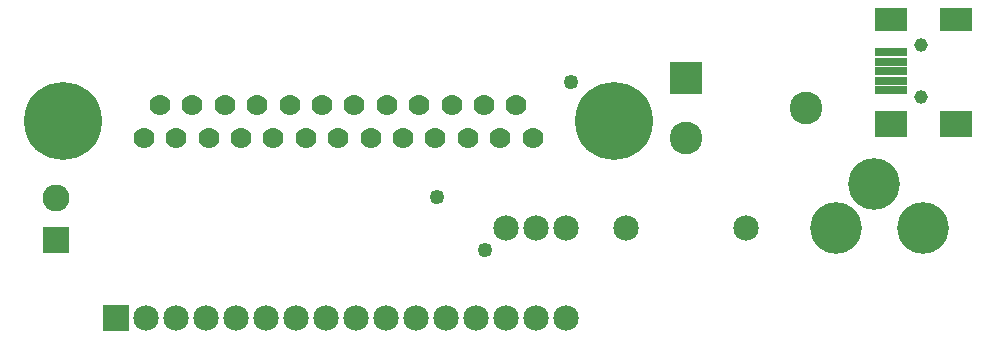
<source format=gts>
G04 MADE WITH FRITZING*
G04 WWW.FRITZING.ORG*
G04 DOUBLE SIDED*
G04 HOLES PLATED*
G04 CONTOUR ON CENTER OF CONTOUR VECTOR*
%ASAXBY*%
%FSLAX23Y23*%
%MOIN*%
%OFA0B0*%
%SFA1.0B1.0*%
%ADD10C,0.085000*%
%ADD11C,0.172000*%
%ADD12C,0.045433*%
%ADD13C,0.070000*%
%ADD14C,0.260000*%
%ADD15C,0.135000*%
%ADD16C,0.109000*%
%ADD17C,0.090000*%
%ADD18C,0.049370*%
%ADD19R,0.085000X0.085000*%
%ADD20R,0.108425X0.029685*%
%ADD21R,0.108425X0.088740*%
%ADD22R,0.109000X0.109000*%
%ADD23R,0.090000X0.090000*%
%ADD24R,0.001000X0.001000*%
%LNMASK1*%
G90*
G70*
G54D10*
X1648Y377D03*
X1748Y377D03*
X1848Y377D03*
X2048Y377D03*
X2448Y377D03*
X348Y77D03*
X448Y77D03*
X548Y77D03*
X648Y77D03*
X748Y77D03*
X848Y77D03*
X948Y77D03*
X1048Y77D03*
X1148Y77D03*
X1248Y77D03*
X1348Y77D03*
X1448Y77D03*
X1548Y77D03*
X1648Y77D03*
X1748Y77D03*
X1848Y77D03*
G54D11*
X2748Y377D03*
X3037Y378D03*
X2874Y525D03*
X2748Y377D03*
X3037Y378D03*
X2874Y525D03*
G54D12*
X3030Y813D03*
X3030Y987D03*
X3030Y813D03*
X3030Y987D03*
G54D13*
X1736Y677D03*
X1628Y677D03*
X1520Y677D03*
X1412Y677D03*
X1304Y677D03*
X1196Y677D03*
X1088Y677D03*
X980Y677D03*
X872Y677D03*
X764Y677D03*
X656Y677D03*
X548Y677D03*
X440Y677D03*
X1682Y789D03*
X1574Y789D03*
X1466Y789D03*
X1358Y789D03*
X1250Y789D03*
X1142Y789D03*
X1034Y789D03*
X926Y789D03*
X818Y789D03*
X710Y789D03*
X602Y789D03*
X494Y789D03*
G54D14*
X2006Y733D03*
X170Y733D03*
G54D15*
X2006Y733D03*
X170Y733D03*
G54D16*
X2248Y677D03*
X2248Y877D03*
X2648Y777D03*
G54D17*
X148Y339D03*
X148Y477D03*
G54D18*
X1864Y864D03*
X1576Y304D03*
X1416Y480D03*
G54D19*
X348Y78D03*
G54D20*
X2932Y900D03*
X2932Y869D03*
X2932Y963D03*
X2932Y932D03*
G54D21*
X3148Y723D03*
X2932Y723D03*
G54D20*
X2932Y837D03*
G54D22*
X2248Y877D03*
G54D23*
X148Y339D03*
G54D24*
X2878Y1112D02*
X2985Y1112D01*
X3094Y1112D02*
X3202Y1112D01*
X2878Y1111D02*
X2985Y1111D01*
X3094Y1111D02*
X3202Y1111D01*
X2878Y1110D02*
X2985Y1110D01*
X3094Y1110D02*
X3202Y1110D01*
X2878Y1109D02*
X2985Y1109D01*
X3094Y1109D02*
X3202Y1109D01*
X2878Y1108D02*
X2985Y1108D01*
X3094Y1108D02*
X3202Y1108D01*
X2878Y1107D02*
X2985Y1107D01*
X3094Y1107D02*
X3202Y1107D01*
X2878Y1106D02*
X2985Y1106D01*
X3094Y1106D02*
X3202Y1106D01*
X2878Y1105D02*
X2985Y1105D01*
X3094Y1105D02*
X3202Y1105D01*
X2878Y1104D02*
X2985Y1104D01*
X3094Y1104D02*
X3202Y1104D01*
X2878Y1103D02*
X2985Y1103D01*
X3094Y1103D02*
X3202Y1103D01*
X2878Y1102D02*
X2985Y1102D01*
X3094Y1102D02*
X3202Y1102D01*
X2878Y1101D02*
X2985Y1101D01*
X3094Y1101D02*
X3202Y1101D01*
X2878Y1100D02*
X2985Y1100D01*
X3094Y1100D02*
X3202Y1100D01*
X2878Y1099D02*
X2985Y1099D01*
X3094Y1099D02*
X3202Y1099D01*
X2878Y1098D02*
X2985Y1098D01*
X3094Y1098D02*
X3202Y1098D01*
X2878Y1097D02*
X2985Y1097D01*
X3094Y1097D02*
X3202Y1097D01*
X2878Y1096D02*
X2985Y1096D01*
X3094Y1096D02*
X3202Y1096D01*
X2878Y1095D02*
X2985Y1095D01*
X3094Y1095D02*
X3202Y1095D01*
X2878Y1094D02*
X2985Y1094D01*
X3094Y1094D02*
X3202Y1094D01*
X2878Y1093D02*
X2985Y1093D01*
X3094Y1093D02*
X3202Y1093D01*
X2878Y1092D02*
X2985Y1092D01*
X3094Y1092D02*
X3202Y1092D01*
X2878Y1091D02*
X2985Y1091D01*
X3094Y1091D02*
X3202Y1091D01*
X2878Y1090D02*
X2985Y1090D01*
X3094Y1090D02*
X3202Y1090D01*
X2878Y1089D02*
X2985Y1089D01*
X3094Y1089D02*
X3202Y1089D01*
X2878Y1088D02*
X2985Y1088D01*
X3094Y1088D02*
X3202Y1088D01*
X2878Y1087D02*
X2985Y1087D01*
X3094Y1087D02*
X3202Y1087D01*
X2878Y1086D02*
X2985Y1086D01*
X3094Y1086D02*
X3202Y1086D01*
X2878Y1085D02*
X2985Y1085D01*
X3094Y1085D02*
X3202Y1085D01*
X2878Y1084D02*
X2985Y1084D01*
X3094Y1084D02*
X3202Y1084D01*
X2878Y1083D02*
X2985Y1083D01*
X3094Y1083D02*
X3202Y1083D01*
X2878Y1082D02*
X2985Y1082D01*
X3094Y1082D02*
X3202Y1082D01*
X2878Y1081D02*
X2985Y1081D01*
X3094Y1081D02*
X3202Y1081D01*
X2878Y1080D02*
X2985Y1080D01*
X3094Y1080D02*
X3202Y1080D01*
X2878Y1079D02*
X2985Y1079D01*
X3094Y1079D02*
X3202Y1079D01*
X2878Y1078D02*
X2985Y1078D01*
X3094Y1078D02*
X3202Y1078D01*
X2878Y1077D02*
X2985Y1077D01*
X3094Y1077D02*
X3202Y1077D01*
X2878Y1076D02*
X2985Y1076D01*
X3094Y1076D02*
X3202Y1076D01*
X2878Y1075D02*
X2985Y1075D01*
X3094Y1075D02*
X3202Y1075D01*
X2878Y1074D02*
X2985Y1074D01*
X3094Y1074D02*
X3202Y1074D01*
X2878Y1073D02*
X2985Y1073D01*
X3094Y1073D02*
X3202Y1073D01*
X2878Y1072D02*
X2985Y1072D01*
X3094Y1072D02*
X3202Y1072D01*
X2878Y1071D02*
X2985Y1071D01*
X3094Y1071D02*
X3202Y1071D01*
X2878Y1070D02*
X2985Y1070D01*
X3094Y1070D02*
X3202Y1070D01*
X2878Y1069D02*
X2985Y1069D01*
X3094Y1069D02*
X3202Y1069D01*
X2878Y1068D02*
X2985Y1068D01*
X3094Y1068D02*
X3202Y1068D01*
X2878Y1067D02*
X2985Y1067D01*
X3094Y1067D02*
X3202Y1067D01*
X2878Y1066D02*
X2985Y1066D01*
X3094Y1066D02*
X3202Y1066D01*
X2878Y1065D02*
X2985Y1065D01*
X3094Y1065D02*
X3202Y1065D01*
X2878Y1064D02*
X2985Y1064D01*
X3094Y1064D02*
X3202Y1064D01*
X2878Y1063D02*
X2985Y1063D01*
X3094Y1063D02*
X3202Y1063D01*
X2878Y1062D02*
X2985Y1062D01*
X3094Y1062D02*
X3202Y1062D01*
X2878Y1061D02*
X2985Y1061D01*
X3094Y1061D02*
X3202Y1061D01*
X2878Y1060D02*
X2985Y1060D01*
X3094Y1060D02*
X3202Y1060D01*
X2878Y1059D02*
X2985Y1059D01*
X3094Y1059D02*
X3202Y1059D01*
X2878Y1058D02*
X2985Y1058D01*
X3094Y1058D02*
X3202Y1058D01*
X2878Y1057D02*
X2985Y1057D01*
X3094Y1057D02*
X3202Y1057D01*
X2878Y1056D02*
X2985Y1056D01*
X3094Y1056D02*
X3202Y1056D01*
X2878Y1055D02*
X2985Y1055D01*
X3094Y1055D02*
X3202Y1055D01*
X2878Y1054D02*
X2985Y1054D01*
X3094Y1054D02*
X3202Y1054D01*
X2878Y1053D02*
X2985Y1053D01*
X3094Y1053D02*
X3202Y1053D01*
X2878Y1052D02*
X2985Y1052D01*
X3094Y1052D02*
X3202Y1052D01*
X2878Y1051D02*
X2985Y1051D01*
X3094Y1051D02*
X3202Y1051D01*
X2878Y1050D02*
X2985Y1050D01*
X3094Y1050D02*
X3202Y1050D01*
X2878Y1049D02*
X2985Y1049D01*
X3094Y1049D02*
X3202Y1049D01*
X2878Y1048D02*
X2985Y1048D01*
X3094Y1048D02*
X3202Y1048D01*
X2878Y1047D02*
X2985Y1047D01*
X3094Y1047D02*
X3202Y1047D01*
X2878Y1046D02*
X2985Y1046D01*
X3094Y1046D02*
X3202Y1046D01*
X2878Y1045D02*
X2985Y1045D01*
X3094Y1045D02*
X3202Y1045D01*
X2878Y1044D02*
X2985Y1044D01*
X3094Y1044D02*
X3202Y1044D01*
X2878Y1043D02*
X2985Y1043D01*
X3094Y1043D02*
X3202Y1043D01*
X2878Y1042D02*
X2985Y1042D01*
X3094Y1042D02*
X3202Y1042D01*
X2878Y1041D02*
X2985Y1041D01*
X3094Y1041D02*
X3202Y1041D01*
X2878Y1040D02*
X2985Y1040D01*
X3094Y1040D02*
X3202Y1040D01*
X2878Y1039D02*
X2985Y1039D01*
X3094Y1039D02*
X3202Y1039D01*
X2878Y1038D02*
X2985Y1038D01*
X3094Y1038D02*
X3202Y1038D01*
X2878Y1037D02*
X2985Y1037D01*
X3094Y1037D02*
X3202Y1037D01*
X2878Y1036D02*
X2985Y1036D01*
X3094Y1036D02*
X3202Y1036D01*
X2878Y1035D02*
X2985Y1035D01*
X3094Y1035D02*
X3202Y1035D01*
X2878Y1034D02*
X2985Y1034D01*
X3094Y1034D02*
X3202Y1034D01*
D02*
G04 End of Mask1*
M02*
</source>
